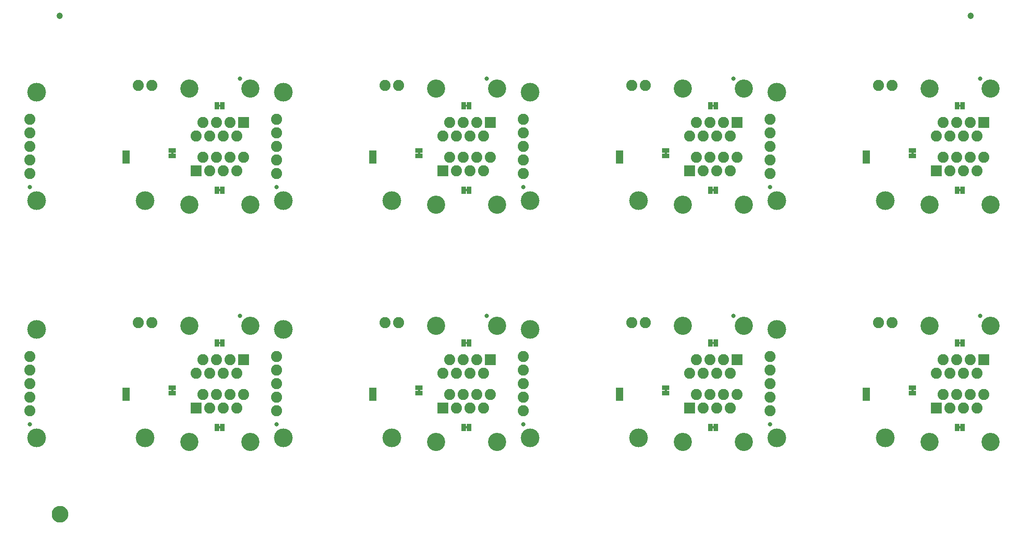
<source format=gbs>
G04 EAGLE Gerber RS-274X export*
G75*
%MOMM*%
%FSLAX34Y34*%
%LPD*%
%INSoldermask Bottom*%
%IPPOS*%
%AMOC8*
5,1,8,0,0,1.08239X$1,22.5*%
G01*
%ADD10C,2.082800*%
%ADD11R,2.082800X2.082800*%
%ADD12C,3.403200*%
%ADD13C,3.505200*%
%ADD14R,0.863600X1.473200*%
%ADD15C,0.838200*%
%ADD16R,1.473200X0.863600*%
%ADD17R,1.473200X0.838200*%
%ADD18C,1.203200*%
%ADD19C,1.270000*%
%ADD20C,1.703200*%

G36*
X1205295Y492772D02*
X1205295Y492772D01*
X1205361Y492774D01*
X1205404Y492792D01*
X1205451Y492800D01*
X1205508Y492834D01*
X1205568Y492859D01*
X1205603Y492890D01*
X1205644Y492915D01*
X1205686Y492966D01*
X1205734Y493010D01*
X1205756Y493052D01*
X1205785Y493089D01*
X1205806Y493151D01*
X1205837Y493210D01*
X1205845Y493264D01*
X1205857Y493301D01*
X1205856Y493341D01*
X1205864Y493395D01*
X1205864Y497205D01*
X1205853Y497270D01*
X1205851Y497336D01*
X1205833Y497379D01*
X1205825Y497426D01*
X1205791Y497483D01*
X1205766Y497543D01*
X1205735Y497578D01*
X1205710Y497619D01*
X1205659Y497661D01*
X1205615Y497709D01*
X1205573Y497731D01*
X1205536Y497760D01*
X1205474Y497781D01*
X1205415Y497812D01*
X1205361Y497820D01*
X1205324Y497832D01*
X1205284Y497831D01*
X1205230Y497839D01*
X1202690Y497839D01*
X1202625Y497828D01*
X1202559Y497826D01*
X1202516Y497808D01*
X1202469Y497800D01*
X1202412Y497766D01*
X1202352Y497741D01*
X1202317Y497710D01*
X1202276Y497685D01*
X1202235Y497634D01*
X1202186Y497590D01*
X1202164Y497548D01*
X1202135Y497511D01*
X1202114Y497449D01*
X1202083Y497390D01*
X1202075Y497336D01*
X1202063Y497299D01*
X1202063Y497295D01*
X1202063Y497294D01*
X1202064Y497259D01*
X1202056Y497205D01*
X1202056Y493395D01*
X1202067Y493330D01*
X1202069Y493264D01*
X1202087Y493221D01*
X1202095Y493174D01*
X1202129Y493117D01*
X1202154Y493057D01*
X1202185Y493022D01*
X1202210Y492981D01*
X1202261Y492940D01*
X1202305Y492891D01*
X1202347Y492869D01*
X1202384Y492840D01*
X1202446Y492819D01*
X1202505Y492788D01*
X1202559Y492780D01*
X1202596Y492768D01*
X1202636Y492769D01*
X1202690Y492761D01*
X1205230Y492761D01*
X1205295Y492772D01*
G37*
G36*
X1667575Y492772D02*
X1667575Y492772D01*
X1667641Y492774D01*
X1667684Y492792D01*
X1667731Y492800D01*
X1667788Y492834D01*
X1667848Y492859D01*
X1667883Y492890D01*
X1667924Y492915D01*
X1667966Y492966D01*
X1668014Y493010D01*
X1668036Y493052D01*
X1668065Y493089D01*
X1668086Y493151D01*
X1668117Y493210D01*
X1668125Y493264D01*
X1668137Y493301D01*
X1668136Y493341D01*
X1668144Y493395D01*
X1668144Y497205D01*
X1668133Y497270D01*
X1668131Y497336D01*
X1668113Y497379D01*
X1668105Y497426D01*
X1668071Y497483D01*
X1668046Y497543D01*
X1668015Y497578D01*
X1667990Y497619D01*
X1667939Y497661D01*
X1667895Y497709D01*
X1667853Y497731D01*
X1667816Y497760D01*
X1667754Y497781D01*
X1667695Y497812D01*
X1667641Y497820D01*
X1667604Y497832D01*
X1667564Y497831D01*
X1667510Y497839D01*
X1664970Y497839D01*
X1664905Y497828D01*
X1664839Y497826D01*
X1664796Y497808D01*
X1664749Y497800D01*
X1664692Y497766D01*
X1664632Y497741D01*
X1664597Y497710D01*
X1664556Y497685D01*
X1664515Y497634D01*
X1664466Y497590D01*
X1664444Y497548D01*
X1664415Y497511D01*
X1664394Y497449D01*
X1664363Y497390D01*
X1664355Y497336D01*
X1664343Y497299D01*
X1664343Y497295D01*
X1664343Y497294D01*
X1664344Y497259D01*
X1664336Y497205D01*
X1664336Y493395D01*
X1664347Y493330D01*
X1664349Y493264D01*
X1664367Y493221D01*
X1664375Y493174D01*
X1664409Y493117D01*
X1664434Y493057D01*
X1664465Y493022D01*
X1664490Y492981D01*
X1664541Y492940D01*
X1664585Y492891D01*
X1664627Y492869D01*
X1664664Y492840D01*
X1664726Y492819D01*
X1664785Y492788D01*
X1664839Y492780D01*
X1664876Y492768D01*
X1664916Y492769D01*
X1664970Y492761D01*
X1667510Y492761D01*
X1667575Y492772D01*
G37*
G36*
X280735Y492772D02*
X280735Y492772D01*
X280801Y492774D01*
X280844Y492792D01*
X280891Y492800D01*
X280948Y492834D01*
X281008Y492859D01*
X281043Y492890D01*
X281084Y492915D01*
X281126Y492966D01*
X281174Y493010D01*
X281196Y493052D01*
X281225Y493089D01*
X281246Y493151D01*
X281277Y493210D01*
X281285Y493264D01*
X281297Y493301D01*
X281296Y493341D01*
X281304Y493395D01*
X281304Y497205D01*
X281293Y497270D01*
X281291Y497336D01*
X281273Y497379D01*
X281265Y497426D01*
X281231Y497483D01*
X281206Y497543D01*
X281175Y497578D01*
X281150Y497619D01*
X281099Y497661D01*
X281055Y497709D01*
X281013Y497731D01*
X280976Y497760D01*
X280914Y497781D01*
X280855Y497812D01*
X280801Y497820D01*
X280764Y497832D01*
X280724Y497831D01*
X280670Y497839D01*
X278130Y497839D01*
X278065Y497828D01*
X277999Y497826D01*
X277956Y497808D01*
X277909Y497800D01*
X277852Y497766D01*
X277792Y497741D01*
X277757Y497710D01*
X277716Y497685D01*
X277675Y497634D01*
X277626Y497590D01*
X277604Y497548D01*
X277575Y497511D01*
X277554Y497449D01*
X277523Y497390D01*
X277515Y497336D01*
X277503Y497299D01*
X277503Y497295D01*
X277503Y497294D01*
X277504Y497259D01*
X277496Y497205D01*
X277496Y493395D01*
X277507Y493330D01*
X277509Y493264D01*
X277527Y493221D01*
X277535Y493174D01*
X277569Y493117D01*
X277594Y493057D01*
X277625Y493022D01*
X277650Y492981D01*
X277701Y492940D01*
X277745Y492891D01*
X277787Y492869D01*
X277824Y492840D01*
X277886Y492819D01*
X277945Y492788D01*
X277999Y492780D01*
X278036Y492768D01*
X278076Y492769D01*
X278130Y492761D01*
X280670Y492761D01*
X280735Y492772D01*
G37*
G36*
X743015Y492772D02*
X743015Y492772D01*
X743081Y492774D01*
X743124Y492792D01*
X743171Y492800D01*
X743228Y492834D01*
X743288Y492859D01*
X743323Y492890D01*
X743364Y492915D01*
X743406Y492966D01*
X743454Y493010D01*
X743476Y493052D01*
X743505Y493089D01*
X743526Y493151D01*
X743557Y493210D01*
X743565Y493264D01*
X743577Y493301D01*
X743576Y493341D01*
X743584Y493395D01*
X743584Y497205D01*
X743573Y497270D01*
X743571Y497336D01*
X743553Y497379D01*
X743545Y497426D01*
X743511Y497483D01*
X743486Y497543D01*
X743455Y497578D01*
X743430Y497619D01*
X743379Y497661D01*
X743335Y497709D01*
X743293Y497731D01*
X743256Y497760D01*
X743194Y497781D01*
X743135Y497812D01*
X743081Y497820D01*
X743044Y497832D01*
X743004Y497831D01*
X742950Y497839D01*
X740410Y497839D01*
X740345Y497828D01*
X740279Y497826D01*
X740236Y497808D01*
X740189Y497800D01*
X740132Y497766D01*
X740072Y497741D01*
X740037Y497710D01*
X739996Y497685D01*
X739955Y497634D01*
X739906Y497590D01*
X739884Y497548D01*
X739855Y497511D01*
X739834Y497449D01*
X739803Y497390D01*
X739795Y497336D01*
X739783Y497299D01*
X739783Y497295D01*
X739783Y497294D01*
X739784Y497259D01*
X739776Y497205D01*
X739776Y493395D01*
X739787Y493330D01*
X739789Y493264D01*
X739807Y493221D01*
X739815Y493174D01*
X739849Y493117D01*
X739874Y493057D01*
X739905Y493022D01*
X739930Y492981D01*
X739981Y492940D01*
X740025Y492891D01*
X740067Y492869D01*
X740104Y492840D01*
X740166Y492819D01*
X740225Y492788D01*
X740279Y492780D01*
X740316Y492768D01*
X740356Y492769D01*
X740410Y492761D01*
X742950Y492761D01*
X743015Y492772D01*
G37*
G36*
X1205295Y48272D02*
X1205295Y48272D01*
X1205361Y48274D01*
X1205404Y48292D01*
X1205451Y48300D01*
X1205508Y48334D01*
X1205568Y48359D01*
X1205603Y48390D01*
X1205644Y48415D01*
X1205686Y48466D01*
X1205734Y48510D01*
X1205756Y48552D01*
X1205785Y48589D01*
X1205806Y48651D01*
X1205837Y48710D01*
X1205845Y48764D01*
X1205857Y48801D01*
X1205856Y48841D01*
X1205864Y48895D01*
X1205864Y52705D01*
X1205853Y52770D01*
X1205851Y52836D01*
X1205833Y52879D01*
X1205825Y52926D01*
X1205791Y52983D01*
X1205766Y53043D01*
X1205735Y53078D01*
X1205710Y53119D01*
X1205659Y53161D01*
X1205615Y53209D01*
X1205573Y53231D01*
X1205536Y53260D01*
X1205474Y53281D01*
X1205415Y53312D01*
X1205361Y53320D01*
X1205324Y53332D01*
X1205284Y53331D01*
X1205230Y53339D01*
X1202690Y53339D01*
X1202625Y53328D01*
X1202559Y53326D01*
X1202516Y53308D01*
X1202469Y53300D01*
X1202412Y53266D01*
X1202352Y53241D01*
X1202317Y53210D01*
X1202276Y53185D01*
X1202235Y53134D01*
X1202186Y53090D01*
X1202164Y53048D01*
X1202135Y53011D01*
X1202114Y52949D01*
X1202083Y52890D01*
X1202075Y52836D01*
X1202063Y52799D01*
X1202063Y52795D01*
X1202063Y52794D01*
X1202064Y52759D01*
X1202056Y52705D01*
X1202056Y48895D01*
X1202067Y48830D01*
X1202069Y48764D01*
X1202087Y48721D01*
X1202095Y48674D01*
X1202129Y48617D01*
X1202154Y48557D01*
X1202185Y48522D01*
X1202210Y48481D01*
X1202261Y48440D01*
X1202305Y48391D01*
X1202347Y48369D01*
X1202384Y48340D01*
X1202446Y48319D01*
X1202505Y48288D01*
X1202559Y48280D01*
X1202596Y48268D01*
X1202636Y48269D01*
X1202690Y48261D01*
X1205230Y48261D01*
X1205295Y48272D01*
G37*
G36*
X1667575Y48272D02*
X1667575Y48272D01*
X1667641Y48274D01*
X1667684Y48292D01*
X1667731Y48300D01*
X1667788Y48334D01*
X1667848Y48359D01*
X1667883Y48390D01*
X1667924Y48415D01*
X1667966Y48466D01*
X1668014Y48510D01*
X1668036Y48552D01*
X1668065Y48589D01*
X1668086Y48651D01*
X1668117Y48710D01*
X1668125Y48764D01*
X1668137Y48801D01*
X1668136Y48841D01*
X1668144Y48895D01*
X1668144Y52705D01*
X1668133Y52770D01*
X1668131Y52836D01*
X1668113Y52879D01*
X1668105Y52926D01*
X1668071Y52983D01*
X1668046Y53043D01*
X1668015Y53078D01*
X1667990Y53119D01*
X1667939Y53161D01*
X1667895Y53209D01*
X1667853Y53231D01*
X1667816Y53260D01*
X1667754Y53281D01*
X1667695Y53312D01*
X1667641Y53320D01*
X1667604Y53332D01*
X1667564Y53331D01*
X1667510Y53339D01*
X1664970Y53339D01*
X1664905Y53328D01*
X1664839Y53326D01*
X1664796Y53308D01*
X1664749Y53300D01*
X1664692Y53266D01*
X1664632Y53241D01*
X1664597Y53210D01*
X1664556Y53185D01*
X1664515Y53134D01*
X1664466Y53090D01*
X1664444Y53048D01*
X1664415Y53011D01*
X1664394Y52949D01*
X1664363Y52890D01*
X1664355Y52836D01*
X1664343Y52799D01*
X1664343Y52795D01*
X1664343Y52794D01*
X1664344Y52759D01*
X1664336Y52705D01*
X1664336Y48895D01*
X1664347Y48830D01*
X1664349Y48764D01*
X1664367Y48721D01*
X1664375Y48674D01*
X1664409Y48617D01*
X1664434Y48557D01*
X1664465Y48522D01*
X1664490Y48481D01*
X1664541Y48440D01*
X1664585Y48391D01*
X1664627Y48369D01*
X1664664Y48340D01*
X1664726Y48319D01*
X1664785Y48288D01*
X1664839Y48280D01*
X1664876Y48268D01*
X1664916Y48269D01*
X1664970Y48261D01*
X1667510Y48261D01*
X1667575Y48272D01*
G37*
G36*
X280735Y48272D02*
X280735Y48272D01*
X280801Y48274D01*
X280844Y48292D01*
X280891Y48300D01*
X280948Y48334D01*
X281008Y48359D01*
X281043Y48390D01*
X281084Y48415D01*
X281126Y48466D01*
X281174Y48510D01*
X281196Y48552D01*
X281225Y48589D01*
X281246Y48651D01*
X281277Y48710D01*
X281285Y48764D01*
X281297Y48801D01*
X281296Y48841D01*
X281304Y48895D01*
X281304Y52705D01*
X281293Y52770D01*
X281291Y52836D01*
X281273Y52879D01*
X281265Y52926D01*
X281231Y52983D01*
X281206Y53043D01*
X281175Y53078D01*
X281150Y53119D01*
X281099Y53161D01*
X281055Y53209D01*
X281013Y53231D01*
X280976Y53260D01*
X280914Y53281D01*
X280855Y53312D01*
X280801Y53320D01*
X280764Y53332D01*
X280724Y53331D01*
X280670Y53339D01*
X278130Y53339D01*
X278065Y53328D01*
X277999Y53326D01*
X277956Y53308D01*
X277909Y53300D01*
X277852Y53266D01*
X277792Y53241D01*
X277757Y53210D01*
X277716Y53185D01*
X277675Y53134D01*
X277626Y53090D01*
X277604Y53048D01*
X277575Y53011D01*
X277554Y52949D01*
X277523Y52890D01*
X277515Y52836D01*
X277503Y52799D01*
X277503Y52795D01*
X277503Y52794D01*
X277504Y52759D01*
X277496Y52705D01*
X277496Y48895D01*
X277507Y48830D01*
X277509Y48764D01*
X277527Y48721D01*
X277535Y48674D01*
X277569Y48617D01*
X277594Y48557D01*
X277625Y48522D01*
X277650Y48481D01*
X277701Y48440D01*
X277745Y48391D01*
X277787Y48369D01*
X277824Y48340D01*
X277886Y48319D01*
X277945Y48288D01*
X277999Y48280D01*
X278036Y48268D01*
X278076Y48269D01*
X278130Y48261D01*
X280670Y48261D01*
X280735Y48272D01*
G37*
G36*
X743015Y48272D02*
X743015Y48272D01*
X743081Y48274D01*
X743124Y48292D01*
X743171Y48300D01*
X743228Y48334D01*
X743288Y48359D01*
X743323Y48390D01*
X743364Y48415D01*
X743406Y48466D01*
X743454Y48510D01*
X743476Y48552D01*
X743505Y48589D01*
X743526Y48651D01*
X743557Y48710D01*
X743565Y48764D01*
X743577Y48801D01*
X743576Y48841D01*
X743584Y48895D01*
X743584Y52705D01*
X743573Y52770D01*
X743571Y52836D01*
X743553Y52879D01*
X743545Y52926D01*
X743511Y52983D01*
X743486Y53043D01*
X743455Y53078D01*
X743430Y53119D01*
X743379Y53161D01*
X743335Y53209D01*
X743293Y53231D01*
X743256Y53260D01*
X743194Y53281D01*
X743135Y53312D01*
X743081Y53320D01*
X743044Y53332D01*
X743004Y53331D01*
X742950Y53339D01*
X740410Y53339D01*
X740345Y53328D01*
X740279Y53326D01*
X740236Y53308D01*
X740189Y53300D01*
X740132Y53266D01*
X740072Y53241D01*
X740037Y53210D01*
X739996Y53185D01*
X739955Y53134D01*
X739906Y53090D01*
X739884Y53048D01*
X739855Y53011D01*
X739834Y52949D01*
X739803Y52890D01*
X739795Y52836D01*
X739783Y52799D01*
X739783Y52795D01*
X739783Y52794D01*
X739784Y52759D01*
X739776Y52705D01*
X739776Y48895D01*
X739787Y48830D01*
X739789Y48764D01*
X739807Y48721D01*
X739815Y48674D01*
X739849Y48617D01*
X739874Y48557D01*
X739905Y48522D01*
X739930Y48481D01*
X739981Y48440D01*
X740025Y48391D01*
X740067Y48369D01*
X740104Y48340D01*
X740166Y48319D01*
X740225Y48288D01*
X740279Y48280D01*
X740316Y48268D01*
X740356Y48269D01*
X740410Y48261D01*
X742950Y48261D01*
X743015Y48272D01*
G37*
G36*
X1294830Y582307D02*
X1294830Y582307D01*
X1294896Y582309D01*
X1294939Y582327D01*
X1294986Y582335D01*
X1295043Y582369D01*
X1295103Y582394D01*
X1295138Y582425D01*
X1295179Y582450D01*
X1295221Y582501D01*
X1295269Y582545D01*
X1295291Y582587D01*
X1295320Y582624D01*
X1295341Y582686D01*
X1295372Y582745D01*
X1295380Y582799D01*
X1295392Y582836D01*
X1295391Y582876D01*
X1295399Y582930D01*
X1295399Y585470D01*
X1295388Y585535D01*
X1295386Y585601D01*
X1295368Y585644D01*
X1295360Y585691D01*
X1295326Y585748D01*
X1295301Y585808D01*
X1295270Y585843D01*
X1295245Y585884D01*
X1295194Y585926D01*
X1295150Y585974D01*
X1295108Y585996D01*
X1295071Y586025D01*
X1295009Y586046D01*
X1294950Y586077D01*
X1294896Y586085D01*
X1294859Y586097D01*
X1294819Y586096D01*
X1294765Y586104D01*
X1290955Y586104D01*
X1290890Y586093D01*
X1290824Y586091D01*
X1290781Y586073D01*
X1290734Y586065D01*
X1290677Y586031D01*
X1290617Y586006D01*
X1290582Y585975D01*
X1290541Y585950D01*
X1290500Y585899D01*
X1290451Y585855D01*
X1290429Y585813D01*
X1290400Y585776D01*
X1290379Y585714D01*
X1290348Y585655D01*
X1290340Y585601D01*
X1290328Y585564D01*
X1290328Y585561D01*
X1290329Y585524D01*
X1290321Y585470D01*
X1290321Y582930D01*
X1290332Y582865D01*
X1290334Y582799D01*
X1290352Y582756D01*
X1290360Y582709D01*
X1290394Y582652D01*
X1290419Y582592D01*
X1290450Y582557D01*
X1290475Y582516D01*
X1290526Y582475D01*
X1290570Y582426D01*
X1290612Y582404D01*
X1290649Y582375D01*
X1290711Y582354D01*
X1290770Y582323D01*
X1290824Y582315D01*
X1290861Y582303D01*
X1290901Y582304D01*
X1290955Y582296D01*
X1294765Y582296D01*
X1294830Y582307D01*
G37*
G36*
X832550Y582307D02*
X832550Y582307D01*
X832616Y582309D01*
X832659Y582327D01*
X832706Y582335D01*
X832763Y582369D01*
X832823Y582394D01*
X832858Y582425D01*
X832899Y582450D01*
X832941Y582501D01*
X832989Y582545D01*
X833011Y582587D01*
X833040Y582624D01*
X833061Y582686D01*
X833092Y582745D01*
X833100Y582799D01*
X833112Y582836D01*
X833111Y582876D01*
X833119Y582930D01*
X833119Y585470D01*
X833108Y585535D01*
X833106Y585601D01*
X833088Y585644D01*
X833080Y585691D01*
X833046Y585748D01*
X833021Y585808D01*
X832990Y585843D01*
X832965Y585884D01*
X832914Y585926D01*
X832870Y585974D01*
X832828Y585996D01*
X832791Y586025D01*
X832729Y586046D01*
X832670Y586077D01*
X832616Y586085D01*
X832579Y586097D01*
X832539Y586096D01*
X832485Y586104D01*
X828675Y586104D01*
X828610Y586093D01*
X828544Y586091D01*
X828501Y586073D01*
X828454Y586065D01*
X828397Y586031D01*
X828337Y586006D01*
X828302Y585975D01*
X828261Y585950D01*
X828220Y585899D01*
X828171Y585855D01*
X828149Y585813D01*
X828120Y585776D01*
X828099Y585714D01*
X828068Y585655D01*
X828060Y585601D01*
X828048Y585564D01*
X828048Y585561D01*
X828049Y585524D01*
X828041Y585470D01*
X828041Y582930D01*
X828052Y582865D01*
X828054Y582799D01*
X828072Y582756D01*
X828080Y582709D01*
X828114Y582652D01*
X828139Y582592D01*
X828170Y582557D01*
X828195Y582516D01*
X828246Y582475D01*
X828290Y582426D01*
X828332Y582404D01*
X828369Y582375D01*
X828431Y582354D01*
X828490Y582323D01*
X828544Y582315D01*
X828581Y582303D01*
X828621Y582304D01*
X828675Y582296D01*
X832485Y582296D01*
X832550Y582307D01*
G37*
G36*
X1757110Y582307D02*
X1757110Y582307D01*
X1757176Y582309D01*
X1757219Y582327D01*
X1757266Y582335D01*
X1757323Y582369D01*
X1757383Y582394D01*
X1757418Y582425D01*
X1757459Y582450D01*
X1757501Y582501D01*
X1757549Y582545D01*
X1757571Y582587D01*
X1757600Y582624D01*
X1757621Y582686D01*
X1757652Y582745D01*
X1757660Y582799D01*
X1757672Y582836D01*
X1757671Y582876D01*
X1757679Y582930D01*
X1757679Y585470D01*
X1757668Y585535D01*
X1757666Y585601D01*
X1757648Y585644D01*
X1757640Y585691D01*
X1757606Y585748D01*
X1757581Y585808D01*
X1757550Y585843D01*
X1757525Y585884D01*
X1757474Y585926D01*
X1757430Y585974D01*
X1757388Y585996D01*
X1757351Y586025D01*
X1757289Y586046D01*
X1757230Y586077D01*
X1757176Y586085D01*
X1757139Y586097D01*
X1757099Y586096D01*
X1757045Y586104D01*
X1753235Y586104D01*
X1753170Y586093D01*
X1753104Y586091D01*
X1753061Y586073D01*
X1753014Y586065D01*
X1752957Y586031D01*
X1752897Y586006D01*
X1752862Y585975D01*
X1752821Y585950D01*
X1752780Y585899D01*
X1752731Y585855D01*
X1752709Y585813D01*
X1752680Y585776D01*
X1752659Y585714D01*
X1752628Y585655D01*
X1752620Y585601D01*
X1752608Y585564D01*
X1752608Y585561D01*
X1752609Y585524D01*
X1752601Y585470D01*
X1752601Y582930D01*
X1752612Y582865D01*
X1752614Y582799D01*
X1752632Y582756D01*
X1752640Y582709D01*
X1752674Y582652D01*
X1752699Y582592D01*
X1752730Y582557D01*
X1752755Y582516D01*
X1752806Y582475D01*
X1752850Y582426D01*
X1752892Y582404D01*
X1752929Y582375D01*
X1752991Y582354D01*
X1753050Y582323D01*
X1753104Y582315D01*
X1753141Y582303D01*
X1753181Y582304D01*
X1753235Y582296D01*
X1757045Y582296D01*
X1757110Y582307D01*
G37*
G36*
X370270Y582307D02*
X370270Y582307D01*
X370336Y582309D01*
X370379Y582327D01*
X370426Y582335D01*
X370483Y582369D01*
X370543Y582394D01*
X370578Y582425D01*
X370619Y582450D01*
X370661Y582501D01*
X370709Y582545D01*
X370731Y582587D01*
X370760Y582624D01*
X370781Y582686D01*
X370812Y582745D01*
X370820Y582799D01*
X370832Y582836D01*
X370831Y582876D01*
X370839Y582930D01*
X370839Y585470D01*
X370828Y585535D01*
X370826Y585601D01*
X370808Y585644D01*
X370800Y585691D01*
X370766Y585748D01*
X370741Y585808D01*
X370710Y585843D01*
X370685Y585884D01*
X370634Y585926D01*
X370590Y585974D01*
X370548Y585996D01*
X370511Y586025D01*
X370449Y586046D01*
X370390Y586077D01*
X370336Y586085D01*
X370299Y586097D01*
X370259Y586096D01*
X370205Y586104D01*
X366395Y586104D01*
X366330Y586093D01*
X366264Y586091D01*
X366221Y586073D01*
X366174Y586065D01*
X366117Y586031D01*
X366057Y586006D01*
X366022Y585975D01*
X365981Y585950D01*
X365940Y585899D01*
X365891Y585855D01*
X365869Y585813D01*
X365840Y585776D01*
X365819Y585714D01*
X365788Y585655D01*
X365780Y585601D01*
X365768Y585564D01*
X365768Y585561D01*
X365769Y585524D01*
X365761Y585470D01*
X365761Y582930D01*
X365772Y582865D01*
X365774Y582799D01*
X365792Y582756D01*
X365800Y582709D01*
X365834Y582652D01*
X365859Y582592D01*
X365890Y582557D01*
X365915Y582516D01*
X365966Y582475D01*
X366010Y582426D01*
X366052Y582404D01*
X366089Y582375D01*
X366151Y582354D01*
X366210Y582323D01*
X366264Y582315D01*
X366301Y582303D01*
X366341Y582304D01*
X366395Y582296D01*
X370205Y582296D01*
X370270Y582307D01*
G37*
G36*
X1757110Y424192D02*
X1757110Y424192D01*
X1757176Y424194D01*
X1757219Y424212D01*
X1757266Y424220D01*
X1757323Y424254D01*
X1757383Y424279D01*
X1757418Y424310D01*
X1757459Y424335D01*
X1757501Y424386D01*
X1757549Y424430D01*
X1757571Y424472D01*
X1757600Y424509D01*
X1757621Y424571D01*
X1757652Y424630D01*
X1757660Y424684D01*
X1757672Y424721D01*
X1757671Y424761D01*
X1757679Y424815D01*
X1757679Y427355D01*
X1757668Y427420D01*
X1757666Y427486D01*
X1757648Y427529D01*
X1757640Y427576D01*
X1757606Y427633D01*
X1757581Y427693D01*
X1757550Y427728D01*
X1757525Y427769D01*
X1757474Y427811D01*
X1757430Y427859D01*
X1757388Y427881D01*
X1757351Y427910D01*
X1757289Y427931D01*
X1757230Y427962D01*
X1757176Y427970D01*
X1757139Y427982D01*
X1757099Y427981D01*
X1757045Y427989D01*
X1753235Y427989D01*
X1753170Y427978D01*
X1753104Y427976D01*
X1753061Y427958D01*
X1753014Y427950D01*
X1752957Y427916D01*
X1752897Y427891D01*
X1752862Y427860D01*
X1752821Y427835D01*
X1752780Y427784D01*
X1752731Y427740D01*
X1752709Y427698D01*
X1752680Y427661D01*
X1752659Y427599D01*
X1752628Y427540D01*
X1752620Y427486D01*
X1752608Y427449D01*
X1752608Y427446D01*
X1752609Y427409D01*
X1752601Y427355D01*
X1752601Y424815D01*
X1752612Y424750D01*
X1752614Y424684D01*
X1752632Y424641D01*
X1752640Y424594D01*
X1752674Y424537D01*
X1752699Y424477D01*
X1752730Y424442D01*
X1752755Y424401D01*
X1752806Y424360D01*
X1752850Y424311D01*
X1752892Y424289D01*
X1752929Y424260D01*
X1752991Y424239D01*
X1753050Y424208D01*
X1753104Y424200D01*
X1753141Y424188D01*
X1753181Y424189D01*
X1753235Y424181D01*
X1757045Y424181D01*
X1757110Y424192D01*
G37*
G36*
X1294830Y424192D02*
X1294830Y424192D01*
X1294896Y424194D01*
X1294939Y424212D01*
X1294986Y424220D01*
X1295043Y424254D01*
X1295103Y424279D01*
X1295138Y424310D01*
X1295179Y424335D01*
X1295221Y424386D01*
X1295269Y424430D01*
X1295291Y424472D01*
X1295320Y424509D01*
X1295341Y424571D01*
X1295372Y424630D01*
X1295380Y424684D01*
X1295392Y424721D01*
X1295391Y424761D01*
X1295399Y424815D01*
X1295399Y427355D01*
X1295388Y427420D01*
X1295386Y427486D01*
X1295368Y427529D01*
X1295360Y427576D01*
X1295326Y427633D01*
X1295301Y427693D01*
X1295270Y427728D01*
X1295245Y427769D01*
X1295194Y427811D01*
X1295150Y427859D01*
X1295108Y427881D01*
X1295071Y427910D01*
X1295009Y427931D01*
X1294950Y427962D01*
X1294896Y427970D01*
X1294859Y427982D01*
X1294819Y427981D01*
X1294765Y427989D01*
X1290955Y427989D01*
X1290890Y427978D01*
X1290824Y427976D01*
X1290781Y427958D01*
X1290734Y427950D01*
X1290677Y427916D01*
X1290617Y427891D01*
X1290582Y427860D01*
X1290541Y427835D01*
X1290500Y427784D01*
X1290451Y427740D01*
X1290429Y427698D01*
X1290400Y427661D01*
X1290379Y427599D01*
X1290348Y427540D01*
X1290340Y427486D01*
X1290328Y427449D01*
X1290328Y427446D01*
X1290329Y427409D01*
X1290321Y427355D01*
X1290321Y424815D01*
X1290332Y424750D01*
X1290334Y424684D01*
X1290352Y424641D01*
X1290360Y424594D01*
X1290394Y424537D01*
X1290419Y424477D01*
X1290450Y424442D01*
X1290475Y424401D01*
X1290526Y424360D01*
X1290570Y424311D01*
X1290612Y424289D01*
X1290649Y424260D01*
X1290711Y424239D01*
X1290770Y424208D01*
X1290824Y424200D01*
X1290861Y424188D01*
X1290901Y424189D01*
X1290955Y424181D01*
X1294765Y424181D01*
X1294830Y424192D01*
G37*
G36*
X832550Y424192D02*
X832550Y424192D01*
X832616Y424194D01*
X832659Y424212D01*
X832706Y424220D01*
X832763Y424254D01*
X832823Y424279D01*
X832858Y424310D01*
X832899Y424335D01*
X832941Y424386D01*
X832989Y424430D01*
X833011Y424472D01*
X833040Y424509D01*
X833061Y424571D01*
X833092Y424630D01*
X833100Y424684D01*
X833112Y424721D01*
X833111Y424761D01*
X833119Y424815D01*
X833119Y427355D01*
X833108Y427420D01*
X833106Y427486D01*
X833088Y427529D01*
X833080Y427576D01*
X833046Y427633D01*
X833021Y427693D01*
X832990Y427728D01*
X832965Y427769D01*
X832914Y427811D01*
X832870Y427859D01*
X832828Y427881D01*
X832791Y427910D01*
X832729Y427931D01*
X832670Y427962D01*
X832616Y427970D01*
X832579Y427982D01*
X832539Y427981D01*
X832485Y427989D01*
X828675Y427989D01*
X828610Y427978D01*
X828544Y427976D01*
X828501Y427958D01*
X828454Y427950D01*
X828397Y427916D01*
X828337Y427891D01*
X828302Y427860D01*
X828261Y427835D01*
X828220Y427784D01*
X828171Y427740D01*
X828149Y427698D01*
X828120Y427661D01*
X828099Y427599D01*
X828068Y427540D01*
X828060Y427486D01*
X828048Y427449D01*
X828048Y427446D01*
X828049Y427409D01*
X828041Y427355D01*
X828041Y424815D01*
X828052Y424750D01*
X828054Y424684D01*
X828072Y424641D01*
X828080Y424594D01*
X828114Y424537D01*
X828139Y424477D01*
X828170Y424442D01*
X828195Y424401D01*
X828246Y424360D01*
X828290Y424311D01*
X828332Y424289D01*
X828369Y424260D01*
X828431Y424239D01*
X828490Y424208D01*
X828544Y424200D01*
X828581Y424188D01*
X828621Y424189D01*
X828675Y424181D01*
X832485Y424181D01*
X832550Y424192D01*
G37*
G36*
X370270Y424192D02*
X370270Y424192D01*
X370336Y424194D01*
X370379Y424212D01*
X370426Y424220D01*
X370483Y424254D01*
X370543Y424279D01*
X370578Y424310D01*
X370619Y424335D01*
X370661Y424386D01*
X370709Y424430D01*
X370731Y424472D01*
X370760Y424509D01*
X370781Y424571D01*
X370812Y424630D01*
X370820Y424684D01*
X370832Y424721D01*
X370831Y424761D01*
X370839Y424815D01*
X370839Y427355D01*
X370828Y427420D01*
X370826Y427486D01*
X370808Y427529D01*
X370800Y427576D01*
X370766Y427633D01*
X370741Y427693D01*
X370710Y427728D01*
X370685Y427769D01*
X370634Y427811D01*
X370590Y427859D01*
X370548Y427881D01*
X370511Y427910D01*
X370449Y427931D01*
X370390Y427962D01*
X370336Y427970D01*
X370299Y427982D01*
X370259Y427981D01*
X370205Y427989D01*
X366395Y427989D01*
X366330Y427978D01*
X366264Y427976D01*
X366221Y427958D01*
X366174Y427950D01*
X366117Y427916D01*
X366057Y427891D01*
X366022Y427860D01*
X365981Y427835D01*
X365940Y427784D01*
X365891Y427740D01*
X365869Y427698D01*
X365840Y427661D01*
X365819Y427599D01*
X365788Y427540D01*
X365780Y427486D01*
X365768Y427449D01*
X365768Y427446D01*
X365769Y427409D01*
X365761Y427355D01*
X365761Y424815D01*
X365772Y424750D01*
X365774Y424684D01*
X365792Y424641D01*
X365800Y424594D01*
X365834Y424537D01*
X365859Y424477D01*
X365890Y424442D01*
X365915Y424401D01*
X365966Y424360D01*
X366010Y424311D01*
X366052Y424289D01*
X366089Y424260D01*
X366151Y424239D01*
X366210Y424208D01*
X366264Y424200D01*
X366301Y424188D01*
X366341Y424189D01*
X366395Y424181D01*
X370205Y424181D01*
X370270Y424192D01*
G37*
G36*
X1757110Y137807D02*
X1757110Y137807D01*
X1757176Y137809D01*
X1757219Y137827D01*
X1757266Y137835D01*
X1757323Y137869D01*
X1757383Y137894D01*
X1757418Y137925D01*
X1757459Y137950D01*
X1757501Y138001D01*
X1757549Y138045D01*
X1757571Y138087D01*
X1757600Y138124D01*
X1757621Y138186D01*
X1757652Y138245D01*
X1757660Y138299D01*
X1757672Y138336D01*
X1757671Y138376D01*
X1757679Y138430D01*
X1757679Y140970D01*
X1757668Y141035D01*
X1757666Y141101D01*
X1757648Y141144D01*
X1757640Y141191D01*
X1757606Y141248D01*
X1757581Y141308D01*
X1757550Y141343D01*
X1757525Y141384D01*
X1757474Y141426D01*
X1757430Y141474D01*
X1757388Y141496D01*
X1757351Y141525D01*
X1757289Y141546D01*
X1757230Y141577D01*
X1757176Y141585D01*
X1757139Y141597D01*
X1757099Y141596D01*
X1757045Y141604D01*
X1753235Y141604D01*
X1753170Y141593D01*
X1753104Y141591D01*
X1753061Y141573D01*
X1753014Y141565D01*
X1752957Y141531D01*
X1752897Y141506D01*
X1752862Y141475D01*
X1752821Y141450D01*
X1752780Y141399D01*
X1752731Y141355D01*
X1752709Y141313D01*
X1752680Y141276D01*
X1752659Y141214D01*
X1752628Y141155D01*
X1752620Y141101D01*
X1752608Y141064D01*
X1752608Y141061D01*
X1752609Y141024D01*
X1752601Y140970D01*
X1752601Y138430D01*
X1752612Y138365D01*
X1752614Y138299D01*
X1752632Y138256D01*
X1752640Y138209D01*
X1752674Y138152D01*
X1752699Y138092D01*
X1752730Y138057D01*
X1752755Y138016D01*
X1752806Y137975D01*
X1752850Y137926D01*
X1752892Y137904D01*
X1752929Y137875D01*
X1752991Y137854D01*
X1753050Y137823D01*
X1753104Y137815D01*
X1753141Y137803D01*
X1753181Y137804D01*
X1753235Y137796D01*
X1757045Y137796D01*
X1757110Y137807D01*
G37*
G36*
X370270Y137807D02*
X370270Y137807D01*
X370336Y137809D01*
X370379Y137827D01*
X370426Y137835D01*
X370483Y137869D01*
X370543Y137894D01*
X370578Y137925D01*
X370619Y137950D01*
X370661Y138001D01*
X370709Y138045D01*
X370731Y138087D01*
X370760Y138124D01*
X370781Y138186D01*
X370812Y138245D01*
X370820Y138299D01*
X370832Y138336D01*
X370831Y138376D01*
X370839Y138430D01*
X370839Y140970D01*
X370828Y141035D01*
X370826Y141101D01*
X370808Y141144D01*
X370800Y141191D01*
X370766Y141248D01*
X370741Y141308D01*
X370710Y141343D01*
X370685Y141384D01*
X370634Y141426D01*
X370590Y141474D01*
X370548Y141496D01*
X370511Y141525D01*
X370449Y141546D01*
X370390Y141577D01*
X370336Y141585D01*
X370299Y141597D01*
X370259Y141596D01*
X370205Y141604D01*
X366395Y141604D01*
X366330Y141593D01*
X366264Y141591D01*
X366221Y141573D01*
X366174Y141565D01*
X366117Y141531D01*
X366057Y141506D01*
X366022Y141475D01*
X365981Y141450D01*
X365940Y141399D01*
X365891Y141355D01*
X365869Y141313D01*
X365840Y141276D01*
X365819Y141214D01*
X365788Y141155D01*
X365780Y141101D01*
X365768Y141064D01*
X365768Y141061D01*
X365769Y141024D01*
X365761Y140970D01*
X365761Y138430D01*
X365772Y138365D01*
X365774Y138299D01*
X365792Y138256D01*
X365800Y138209D01*
X365834Y138152D01*
X365859Y138092D01*
X365890Y138057D01*
X365915Y138016D01*
X365966Y137975D01*
X366010Y137926D01*
X366052Y137904D01*
X366089Y137875D01*
X366151Y137854D01*
X366210Y137823D01*
X366264Y137815D01*
X366301Y137803D01*
X366341Y137804D01*
X366395Y137796D01*
X370205Y137796D01*
X370270Y137807D01*
G37*
G36*
X1294830Y137807D02*
X1294830Y137807D01*
X1294896Y137809D01*
X1294939Y137827D01*
X1294986Y137835D01*
X1295043Y137869D01*
X1295103Y137894D01*
X1295138Y137925D01*
X1295179Y137950D01*
X1295221Y138001D01*
X1295269Y138045D01*
X1295291Y138087D01*
X1295320Y138124D01*
X1295341Y138186D01*
X1295372Y138245D01*
X1295380Y138299D01*
X1295392Y138336D01*
X1295391Y138376D01*
X1295399Y138430D01*
X1295399Y140970D01*
X1295388Y141035D01*
X1295386Y141101D01*
X1295368Y141144D01*
X1295360Y141191D01*
X1295326Y141248D01*
X1295301Y141308D01*
X1295270Y141343D01*
X1295245Y141384D01*
X1295194Y141426D01*
X1295150Y141474D01*
X1295108Y141496D01*
X1295071Y141525D01*
X1295009Y141546D01*
X1294950Y141577D01*
X1294896Y141585D01*
X1294859Y141597D01*
X1294819Y141596D01*
X1294765Y141604D01*
X1290955Y141604D01*
X1290890Y141593D01*
X1290824Y141591D01*
X1290781Y141573D01*
X1290734Y141565D01*
X1290677Y141531D01*
X1290617Y141506D01*
X1290582Y141475D01*
X1290541Y141450D01*
X1290500Y141399D01*
X1290451Y141355D01*
X1290429Y141313D01*
X1290400Y141276D01*
X1290379Y141214D01*
X1290348Y141155D01*
X1290340Y141101D01*
X1290328Y141064D01*
X1290328Y141061D01*
X1290329Y141024D01*
X1290321Y140970D01*
X1290321Y138430D01*
X1290332Y138365D01*
X1290334Y138299D01*
X1290352Y138256D01*
X1290360Y138209D01*
X1290394Y138152D01*
X1290419Y138092D01*
X1290450Y138057D01*
X1290475Y138016D01*
X1290526Y137975D01*
X1290570Y137926D01*
X1290612Y137904D01*
X1290649Y137875D01*
X1290711Y137854D01*
X1290770Y137823D01*
X1290824Y137815D01*
X1290861Y137803D01*
X1290901Y137804D01*
X1290955Y137796D01*
X1294765Y137796D01*
X1294830Y137807D01*
G37*
G36*
X832550Y137807D02*
X832550Y137807D01*
X832616Y137809D01*
X832659Y137827D01*
X832706Y137835D01*
X832763Y137869D01*
X832823Y137894D01*
X832858Y137925D01*
X832899Y137950D01*
X832941Y138001D01*
X832989Y138045D01*
X833011Y138087D01*
X833040Y138124D01*
X833061Y138186D01*
X833092Y138245D01*
X833100Y138299D01*
X833112Y138336D01*
X833111Y138376D01*
X833119Y138430D01*
X833119Y140970D01*
X833108Y141035D01*
X833106Y141101D01*
X833088Y141144D01*
X833080Y141191D01*
X833046Y141248D01*
X833021Y141308D01*
X832990Y141343D01*
X832965Y141384D01*
X832914Y141426D01*
X832870Y141474D01*
X832828Y141496D01*
X832791Y141525D01*
X832729Y141546D01*
X832670Y141577D01*
X832616Y141585D01*
X832579Y141597D01*
X832539Y141596D01*
X832485Y141604D01*
X828675Y141604D01*
X828610Y141593D01*
X828544Y141591D01*
X828501Y141573D01*
X828454Y141565D01*
X828397Y141531D01*
X828337Y141506D01*
X828302Y141475D01*
X828261Y141450D01*
X828220Y141399D01*
X828171Y141355D01*
X828149Y141313D01*
X828120Y141276D01*
X828099Y141214D01*
X828068Y141155D01*
X828060Y141101D01*
X828048Y141064D01*
X828048Y141061D01*
X828049Y141024D01*
X828041Y140970D01*
X828041Y138430D01*
X828052Y138365D01*
X828054Y138299D01*
X828072Y138256D01*
X828080Y138209D01*
X828114Y138152D01*
X828139Y138092D01*
X828170Y138057D01*
X828195Y138016D01*
X828246Y137975D01*
X828290Y137926D01*
X828332Y137904D01*
X828369Y137875D01*
X828431Y137854D01*
X828490Y137823D01*
X828544Y137815D01*
X828581Y137803D01*
X828621Y137804D01*
X828675Y137796D01*
X832485Y137796D01*
X832550Y137807D01*
G37*
G36*
X1757110Y-20308D02*
X1757110Y-20308D01*
X1757176Y-20306D01*
X1757219Y-20288D01*
X1757266Y-20280D01*
X1757323Y-20246D01*
X1757383Y-20221D01*
X1757418Y-20190D01*
X1757459Y-20165D01*
X1757501Y-20114D01*
X1757549Y-20070D01*
X1757571Y-20028D01*
X1757600Y-19991D01*
X1757621Y-19929D01*
X1757652Y-19870D01*
X1757660Y-19816D01*
X1757672Y-19779D01*
X1757671Y-19739D01*
X1757679Y-19685D01*
X1757679Y-17145D01*
X1757668Y-17080D01*
X1757666Y-17014D01*
X1757648Y-16971D01*
X1757640Y-16924D01*
X1757606Y-16867D01*
X1757581Y-16807D01*
X1757550Y-16772D01*
X1757525Y-16731D01*
X1757474Y-16690D01*
X1757430Y-16641D01*
X1757388Y-16619D01*
X1757351Y-16590D01*
X1757289Y-16569D01*
X1757230Y-16538D01*
X1757176Y-16530D01*
X1757139Y-16518D01*
X1757099Y-16519D01*
X1757045Y-16511D01*
X1753235Y-16511D01*
X1753170Y-16522D01*
X1753104Y-16524D01*
X1753061Y-16542D01*
X1753014Y-16550D01*
X1752957Y-16584D01*
X1752897Y-16609D01*
X1752862Y-16640D01*
X1752821Y-16665D01*
X1752780Y-16716D01*
X1752731Y-16760D01*
X1752709Y-16802D01*
X1752680Y-16839D01*
X1752659Y-16901D01*
X1752628Y-16960D01*
X1752620Y-17014D01*
X1752608Y-17051D01*
X1752608Y-17054D01*
X1752609Y-17091D01*
X1752601Y-17145D01*
X1752601Y-19685D01*
X1752612Y-19750D01*
X1752614Y-19816D01*
X1752632Y-19859D01*
X1752640Y-19906D01*
X1752674Y-19963D01*
X1752699Y-20023D01*
X1752730Y-20058D01*
X1752755Y-20099D01*
X1752806Y-20141D01*
X1752850Y-20189D01*
X1752892Y-20211D01*
X1752929Y-20240D01*
X1752991Y-20261D01*
X1753050Y-20292D01*
X1753104Y-20300D01*
X1753141Y-20312D01*
X1753181Y-20311D01*
X1753235Y-20319D01*
X1757045Y-20319D01*
X1757110Y-20308D01*
G37*
G36*
X1294830Y-20308D02*
X1294830Y-20308D01*
X1294896Y-20306D01*
X1294939Y-20288D01*
X1294986Y-20280D01*
X1295043Y-20246D01*
X1295103Y-20221D01*
X1295138Y-20190D01*
X1295179Y-20165D01*
X1295221Y-20114D01*
X1295269Y-20070D01*
X1295291Y-20028D01*
X1295320Y-19991D01*
X1295341Y-19929D01*
X1295372Y-19870D01*
X1295380Y-19816D01*
X1295392Y-19779D01*
X1295391Y-19739D01*
X1295399Y-19685D01*
X1295399Y-17145D01*
X1295388Y-17080D01*
X1295386Y-17014D01*
X1295368Y-16971D01*
X1295360Y-16924D01*
X1295326Y-16867D01*
X1295301Y-16807D01*
X1295270Y-16772D01*
X1295245Y-16731D01*
X1295194Y-16690D01*
X1295150Y-16641D01*
X1295108Y-16619D01*
X1295071Y-16590D01*
X1295009Y-16569D01*
X1294950Y-16538D01*
X1294896Y-16530D01*
X1294859Y-16518D01*
X1294819Y-16519D01*
X1294765Y-16511D01*
X1290955Y-16511D01*
X1290890Y-16522D01*
X1290824Y-16524D01*
X1290781Y-16542D01*
X1290734Y-16550D01*
X1290677Y-16584D01*
X1290617Y-16609D01*
X1290582Y-16640D01*
X1290541Y-16665D01*
X1290500Y-16716D01*
X1290451Y-16760D01*
X1290429Y-16802D01*
X1290400Y-16839D01*
X1290379Y-16901D01*
X1290348Y-16960D01*
X1290340Y-17014D01*
X1290328Y-17051D01*
X1290328Y-17054D01*
X1290329Y-17091D01*
X1290321Y-17145D01*
X1290321Y-19685D01*
X1290332Y-19750D01*
X1290334Y-19816D01*
X1290352Y-19859D01*
X1290360Y-19906D01*
X1290394Y-19963D01*
X1290419Y-20023D01*
X1290450Y-20058D01*
X1290475Y-20099D01*
X1290526Y-20141D01*
X1290570Y-20189D01*
X1290612Y-20211D01*
X1290649Y-20240D01*
X1290711Y-20261D01*
X1290770Y-20292D01*
X1290824Y-20300D01*
X1290861Y-20312D01*
X1290901Y-20311D01*
X1290955Y-20319D01*
X1294765Y-20319D01*
X1294830Y-20308D01*
G37*
G36*
X832550Y-20308D02*
X832550Y-20308D01*
X832616Y-20306D01*
X832659Y-20288D01*
X832706Y-20280D01*
X832763Y-20246D01*
X832823Y-20221D01*
X832858Y-20190D01*
X832899Y-20165D01*
X832941Y-20114D01*
X832989Y-20070D01*
X833011Y-20028D01*
X833040Y-19991D01*
X833061Y-19929D01*
X833092Y-19870D01*
X833100Y-19816D01*
X833112Y-19779D01*
X833111Y-19739D01*
X833119Y-19685D01*
X833119Y-17145D01*
X833108Y-17080D01*
X833106Y-17014D01*
X833088Y-16971D01*
X833080Y-16924D01*
X833046Y-16867D01*
X833021Y-16807D01*
X832990Y-16772D01*
X832965Y-16731D01*
X832914Y-16690D01*
X832870Y-16641D01*
X832828Y-16619D01*
X832791Y-16590D01*
X832729Y-16569D01*
X832670Y-16538D01*
X832616Y-16530D01*
X832579Y-16518D01*
X832539Y-16519D01*
X832485Y-16511D01*
X828675Y-16511D01*
X828610Y-16522D01*
X828544Y-16524D01*
X828501Y-16542D01*
X828454Y-16550D01*
X828397Y-16584D01*
X828337Y-16609D01*
X828302Y-16640D01*
X828261Y-16665D01*
X828220Y-16716D01*
X828171Y-16760D01*
X828149Y-16802D01*
X828120Y-16839D01*
X828099Y-16901D01*
X828068Y-16960D01*
X828060Y-17014D01*
X828048Y-17051D01*
X828048Y-17054D01*
X828049Y-17091D01*
X828041Y-17145D01*
X828041Y-19685D01*
X828052Y-19750D01*
X828054Y-19816D01*
X828072Y-19859D01*
X828080Y-19906D01*
X828114Y-19963D01*
X828139Y-20023D01*
X828170Y-20058D01*
X828195Y-20099D01*
X828246Y-20141D01*
X828290Y-20189D01*
X828332Y-20211D01*
X828369Y-20240D01*
X828431Y-20261D01*
X828490Y-20292D01*
X828544Y-20300D01*
X828581Y-20312D01*
X828621Y-20311D01*
X828675Y-20319D01*
X832485Y-20319D01*
X832550Y-20308D01*
G37*
G36*
X370270Y-20308D02*
X370270Y-20308D01*
X370336Y-20306D01*
X370379Y-20288D01*
X370426Y-20280D01*
X370483Y-20246D01*
X370543Y-20221D01*
X370578Y-20190D01*
X370619Y-20165D01*
X370661Y-20114D01*
X370709Y-20070D01*
X370731Y-20028D01*
X370760Y-19991D01*
X370781Y-19929D01*
X370812Y-19870D01*
X370820Y-19816D01*
X370832Y-19779D01*
X370831Y-19739D01*
X370839Y-19685D01*
X370839Y-17145D01*
X370828Y-17080D01*
X370826Y-17014D01*
X370808Y-16971D01*
X370800Y-16924D01*
X370766Y-16867D01*
X370741Y-16807D01*
X370710Y-16772D01*
X370685Y-16731D01*
X370634Y-16690D01*
X370590Y-16641D01*
X370548Y-16619D01*
X370511Y-16590D01*
X370449Y-16569D01*
X370390Y-16538D01*
X370336Y-16530D01*
X370299Y-16518D01*
X370259Y-16519D01*
X370205Y-16511D01*
X366395Y-16511D01*
X366330Y-16522D01*
X366264Y-16524D01*
X366221Y-16542D01*
X366174Y-16550D01*
X366117Y-16584D01*
X366057Y-16609D01*
X366022Y-16640D01*
X365981Y-16665D01*
X365940Y-16716D01*
X365891Y-16760D01*
X365869Y-16802D01*
X365840Y-16839D01*
X365819Y-16901D01*
X365788Y-16960D01*
X365780Y-17014D01*
X365768Y-17051D01*
X365768Y-17054D01*
X365769Y-17091D01*
X365761Y-17145D01*
X365761Y-19685D01*
X365772Y-19750D01*
X365774Y-19816D01*
X365792Y-19859D01*
X365800Y-19906D01*
X365834Y-19963D01*
X365859Y-20023D01*
X365890Y-20058D01*
X365915Y-20099D01*
X365966Y-20141D01*
X366010Y-20189D01*
X366052Y-20211D01*
X366089Y-20240D01*
X366151Y-20261D01*
X366210Y-20292D01*
X366264Y-20300D01*
X366301Y-20312D01*
X366341Y-20311D01*
X366395Y-20319D01*
X370205Y-20319D01*
X370270Y-20308D01*
G37*
D10*
X323850Y82550D03*
X336550Y107950D03*
X349250Y82550D03*
X374650Y82550D03*
X400050Y82550D03*
X361950Y107950D03*
X387350Y107950D03*
D11*
X412750Y107950D03*
D12*
X425450Y171450D03*
X311150Y171450D03*
D13*
X228600Y-38100D03*
X25400Y-38100D03*
X25400Y165100D03*
D14*
X363093Y-18415D03*
X373507Y-18415D03*
D15*
X12700Y-12700D03*
X406400Y190500D03*
D10*
X412750Y43180D03*
X400050Y17780D03*
X387350Y43180D03*
X361950Y43180D03*
X336550Y43180D03*
X374650Y17780D03*
X349250Y17780D03*
D11*
X323850Y17780D03*
D12*
X311150Y-45720D03*
X425450Y-45720D03*
D10*
X12700Y114300D03*
X12700Y88900D03*
X12700Y63500D03*
X12700Y38100D03*
X241300Y177800D03*
X215900Y177800D03*
D14*
X373507Y139700D03*
X363093Y139700D03*
D10*
X12700Y12700D03*
D16*
X279400Y56007D03*
X279400Y45593D03*
D17*
X193040Y51308D03*
X193040Y43180D03*
X193040Y35052D03*
D10*
X786130Y82550D03*
X798830Y107950D03*
X811530Y82550D03*
X836930Y82550D03*
X862330Y82550D03*
X824230Y107950D03*
X849630Y107950D03*
D11*
X875030Y107950D03*
D12*
X887730Y171450D03*
X773430Y171450D03*
D13*
X690880Y-38100D03*
X487680Y-38100D03*
X487680Y165100D03*
D14*
X825373Y-18415D03*
X835787Y-18415D03*
D15*
X474980Y-12700D03*
X868680Y190500D03*
D10*
X875030Y43180D03*
X862330Y17780D03*
X849630Y43180D03*
X824230Y43180D03*
X798830Y43180D03*
X836930Y17780D03*
X811530Y17780D03*
D11*
X786130Y17780D03*
D12*
X773430Y-45720D03*
X887730Y-45720D03*
D10*
X474980Y114300D03*
X474980Y88900D03*
X474980Y63500D03*
X474980Y38100D03*
X703580Y177800D03*
X678180Y177800D03*
D14*
X835787Y139700D03*
X825373Y139700D03*
D10*
X474980Y12700D03*
D16*
X741680Y56007D03*
X741680Y45593D03*
D17*
X655320Y51308D03*
X655320Y43180D03*
X655320Y35052D03*
D10*
X1248410Y82550D03*
X1261110Y107950D03*
X1273810Y82550D03*
X1299210Y82550D03*
X1324610Y82550D03*
X1286510Y107950D03*
X1311910Y107950D03*
D11*
X1337310Y107950D03*
D12*
X1350010Y171450D03*
X1235710Y171450D03*
D13*
X1153160Y-38100D03*
X949960Y-38100D03*
X949960Y165100D03*
D14*
X1287653Y-18415D03*
X1298067Y-18415D03*
D15*
X937260Y-12700D03*
X1330960Y190500D03*
D10*
X1337310Y43180D03*
X1324610Y17780D03*
X1311910Y43180D03*
X1286510Y43180D03*
X1261110Y43180D03*
X1299210Y17780D03*
X1273810Y17780D03*
D11*
X1248410Y17780D03*
D12*
X1235710Y-45720D03*
X1350010Y-45720D03*
D10*
X937260Y114300D03*
X937260Y88900D03*
X937260Y63500D03*
X937260Y38100D03*
X1165860Y177800D03*
X1140460Y177800D03*
D14*
X1298067Y139700D03*
X1287653Y139700D03*
D10*
X937260Y12700D03*
D16*
X1203960Y56007D03*
X1203960Y45593D03*
D17*
X1117600Y51308D03*
X1117600Y43180D03*
X1117600Y35052D03*
D10*
X1710690Y82550D03*
X1723390Y107950D03*
X1736090Y82550D03*
X1761490Y82550D03*
X1786890Y82550D03*
X1748790Y107950D03*
X1774190Y107950D03*
D11*
X1799590Y107950D03*
D12*
X1812290Y171450D03*
X1697990Y171450D03*
D13*
X1615440Y-38100D03*
X1412240Y-38100D03*
X1412240Y165100D03*
D14*
X1749933Y-18415D03*
X1760347Y-18415D03*
D15*
X1399540Y-12700D03*
X1793240Y190500D03*
D10*
X1799590Y43180D03*
X1786890Y17780D03*
X1774190Y43180D03*
X1748790Y43180D03*
X1723390Y43180D03*
X1761490Y17780D03*
X1736090Y17780D03*
D11*
X1710690Y17780D03*
D12*
X1697990Y-45720D03*
X1812290Y-45720D03*
D10*
X1399540Y114300D03*
X1399540Y88900D03*
X1399540Y63500D03*
X1399540Y38100D03*
X1628140Y177800D03*
X1602740Y177800D03*
D14*
X1760347Y139700D03*
X1749933Y139700D03*
D10*
X1399540Y12700D03*
D16*
X1666240Y56007D03*
X1666240Y45593D03*
D17*
X1579880Y51308D03*
X1579880Y43180D03*
X1579880Y35052D03*
D10*
X323850Y527050D03*
X336550Y552450D03*
X349250Y527050D03*
X374650Y527050D03*
X400050Y527050D03*
X361950Y552450D03*
X387350Y552450D03*
D11*
X412750Y552450D03*
D12*
X425450Y615950D03*
X311150Y615950D03*
D13*
X228600Y406400D03*
X25400Y406400D03*
X25400Y609600D03*
D14*
X363093Y426085D03*
X373507Y426085D03*
D15*
X12700Y431800D03*
X406400Y635000D03*
D10*
X412750Y487680D03*
X400050Y462280D03*
X387350Y487680D03*
X361950Y487680D03*
X336550Y487680D03*
X374650Y462280D03*
X349250Y462280D03*
D11*
X323850Y462280D03*
D12*
X311150Y398780D03*
X425450Y398780D03*
D10*
X12700Y558800D03*
X12700Y533400D03*
X12700Y508000D03*
X12700Y482600D03*
X241300Y622300D03*
X215900Y622300D03*
D14*
X373507Y584200D03*
X363093Y584200D03*
D10*
X12700Y457200D03*
D16*
X279400Y500507D03*
X279400Y490093D03*
D17*
X193040Y495808D03*
X193040Y487680D03*
X193040Y479552D03*
D10*
X786130Y527050D03*
X798830Y552450D03*
X811530Y527050D03*
X836930Y527050D03*
X862330Y527050D03*
X824230Y552450D03*
X849630Y552450D03*
D11*
X875030Y552450D03*
D12*
X887730Y615950D03*
X773430Y615950D03*
D13*
X690880Y406400D03*
X487680Y406400D03*
X487680Y609600D03*
D14*
X825373Y426085D03*
X835787Y426085D03*
D15*
X474980Y431800D03*
X868680Y635000D03*
D10*
X875030Y487680D03*
X862330Y462280D03*
X849630Y487680D03*
X824230Y487680D03*
X798830Y487680D03*
X836930Y462280D03*
X811530Y462280D03*
D11*
X786130Y462280D03*
D12*
X773430Y398780D03*
X887730Y398780D03*
D10*
X474980Y558800D03*
X474980Y533400D03*
X474980Y508000D03*
X474980Y482600D03*
X703580Y622300D03*
X678180Y622300D03*
D14*
X835787Y584200D03*
X825373Y584200D03*
D10*
X474980Y457200D03*
D16*
X741680Y500507D03*
X741680Y490093D03*
D17*
X655320Y495808D03*
X655320Y487680D03*
X655320Y479552D03*
D10*
X1248410Y527050D03*
X1261110Y552450D03*
X1273810Y527050D03*
X1299210Y527050D03*
X1324610Y527050D03*
X1286510Y552450D03*
X1311910Y552450D03*
D11*
X1337310Y552450D03*
D12*
X1350010Y615950D03*
X1235710Y615950D03*
D13*
X1153160Y406400D03*
X949960Y406400D03*
X949960Y609600D03*
D14*
X1287653Y426085D03*
X1298067Y426085D03*
D15*
X937260Y431800D03*
X1330960Y635000D03*
D10*
X1337310Y487680D03*
X1324610Y462280D03*
X1311910Y487680D03*
X1286510Y487680D03*
X1261110Y487680D03*
X1299210Y462280D03*
X1273810Y462280D03*
D11*
X1248410Y462280D03*
D12*
X1235710Y398780D03*
X1350010Y398780D03*
D10*
X937260Y558800D03*
X937260Y533400D03*
X937260Y508000D03*
X937260Y482600D03*
X1165860Y622300D03*
X1140460Y622300D03*
D14*
X1298067Y584200D03*
X1287653Y584200D03*
D10*
X937260Y457200D03*
D16*
X1203960Y500507D03*
X1203960Y490093D03*
D17*
X1117600Y495808D03*
X1117600Y487680D03*
X1117600Y479552D03*
D10*
X1710690Y527050D03*
X1723390Y552450D03*
X1736090Y527050D03*
X1761490Y527050D03*
X1786890Y527050D03*
X1748790Y552450D03*
X1774190Y552450D03*
D11*
X1799590Y552450D03*
D12*
X1812290Y615950D03*
X1697990Y615950D03*
D13*
X1615440Y406400D03*
X1412240Y406400D03*
X1412240Y609600D03*
D14*
X1749933Y426085D03*
X1760347Y426085D03*
D15*
X1399540Y431800D03*
X1793240Y635000D03*
D10*
X1799590Y487680D03*
X1786890Y462280D03*
X1774190Y487680D03*
X1748790Y487680D03*
X1723390Y487680D03*
X1761490Y462280D03*
X1736090Y462280D03*
D11*
X1710690Y462280D03*
D12*
X1697990Y398780D03*
X1812290Y398780D03*
D10*
X1399540Y558800D03*
X1399540Y533400D03*
X1399540Y508000D03*
X1399540Y482600D03*
X1628140Y622300D03*
X1602740Y622300D03*
D14*
X1760347Y584200D03*
X1749933Y584200D03*
D10*
X1399540Y457200D03*
D16*
X1666240Y500507D03*
X1666240Y490093D03*
D17*
X1579880Y495808D03*
X1579880Y487680D03*
X1579880Y479552D03*
D18*
X68580Y752475D03*
X1774825Y752475D03*
D19*
X59525Y-180975D02*
X59528Y-180753D01*
X59536Y-180531D01*
X59550Y-180309D01*
X59569Y-180087D01*
X59593Y-179867D01*
X59623Y-179646D01*
X59658Y-179427D01*
X59699Y-179208D01*
X59745Y-178991D01*
X59796Y-178775D01*
X59853Y-178560D01*
X59915Y-178346D01*
X59982Y-178135D01*
X60054Y-177924D01*
X60132Y-177716D01*
X60214Y-177510D01*
X60302Y-177306D01*
X60394Y-177103D01*
X60492Y-176904D01*
X60594Y-176707D01*
X60701Y-176512D01*
X60813Y-176320D01*
X60930Y-176131D01*
X61051Y-175944D01*
X61177Y-175761D01*
X61307Y-175581D01*
X61442Y-175404D01*
X61580Y-175231D01*
X61723Y-175061D01*
X61871Y-174894D01*
X62022Y-174731D01*
X62177Y-174572D01*
X62336Y-174417D01*
X62499Y-174266D01*
X62666Y-174118D01*
X62836Y-173975D01*
X63009Y-173837D01*
X63186Y-173702D01*
X63366Y-173572D01*
X63549Y-173446D01*
X63736Y-173325D01*
X63925Y-173208D01*
X64117Y-173096D01*
X64312Y-172989D01*
X64509Y-172887D01*
X64708Y-172789D01*
X64911Y-172697D01*
X65115Y-172609D01*
X65321Y-172527D01*
X65529Y-172449D01*
X65740Y-172377D01*
X65951Y-172310D01*
X66165Y-172248D01*
X66380Y-172191D01*
X66596Y-172140D01*
X66813Y-172094D01*
X67032Y-172053D01*
X67251Y-172018D01*
X67472Y-171988D01*
X67692Y-171964D01*
X67914Y-171945D01*
X68136Y-171931D01*
X68358Y-171923D01*
X68580Y-171920D01*
X68802Y-171923D01*
X69024Y-171931D01*
X69246Y-171945D01*
X69468Y-171964D01*
X69688Y-171988D01*
X69909Y-172018D01*
X70128Y-172053D01*
X70347Y-172094D01*
X70564Y-172140D01*
X70780Y-172191D01*
X70995Y-172248D01*
X71209Y-172310D01*
X71420Y-172377D01*
X71631Y-172449D01*
X71839Y-172527D01*
X72045Y-172609D01*
X72249Y-172697D01*
X72452Y-172789D01*
X72651Y-172887D01*
X72848Y-172989D01*
X73043Y-173096D01*
X73235Y-173208D01*
X73424Y-173325D01*
X73611Y-173446D01*
X73794Y-173572D01*
X73974Y-173702D01*
X74151Y-173837D01*
X74324Y-173975D01*
X74494Y-174118D01*
X74661Y-174266D01*
X74824Y-174417D01*
X74983Y-174572D01*
X75138Y-174731D01*
X75289Y-174894D01*
X75437Y-175061D01*
X75580Y-175231D01*
X75718Y-175404D01*
X75853Y-175581D01*
X75983Y-175761D01*
X76109Y-175944D01*
X76230Y-176131D01*
X76347Y-176320D01*
X76459Y-176512D01*
X76566Y-176707D01*
X76668Y-176904D01*
X76766Y-177103D01*
X76858Y-177306D01*
X76946Y-177510D01*
X77028Y-177716D01*
X77106Y-177924D01*
X77178Y-178135D01*
X77245Y-178346D01*
X77307Y-178560D01*
X77364Y-178775D01*
X77415Y-178991D01*
X77461Y-179208D01*
X77502Y-179427D01*
X77537Y-179646D01*
X77567Y-179867D01*
X77591Y-180087D01*
X77610Y-180309D01*
X77624Y-180531D01*
X77632Y-180753D01*
X77635Y-180975D01*
X77632Y-181197D01*
X77624Y-181419D01*
X77610Y-181641D01*
X77591Y-181863D01*
X77567Y-182083D01*
X77537Y-182304D01*
X77502Y-182523D01*
X77461Y-182742D01*
X77415Y-182959D01*
X77364Y-183175D01*
X77307Y-183390D01*
X77245Y-183604D01*
X77178Y-183815D01*
X77106Y-184026D01*
X77028Y-184234D01*
X76946Y-184440D01*
X76858Y-184644D01*
X76766Y-184847D01*
X76668Y-185046D01*
X76566Y-185243D01*
X76459Y-185438D01*
X76347Y-185630D01*
X76230Y-185819D01*
X76109Y-186006D01*
X75983Y-186189D01*
X75853Y-186369D01*
X75718Y-186546D01*
X75580Y-186719D01*
X75437Y-186889D01*
X75289Y-187056D01*
X75138Y-187219D01*
X74983Y-187378D01*
X74824Y-187533D01*
X74661Y-187684D01*
X74494Y-187832D01*
X74324Y-187975D01*
X74151Y-188113D01*
X73974Y-188248D01*
X73794Y-188378D01*
X73611Y-188504D01*
X73424Y-188625D01*
X73235Y-188742D01*
X73043Y-188854D01*
X72848Y-188961D01*
X72651Y-189063D01*
X72452Y-189161D01*
X72249Y-189253D01*
X72045Y-189341D01*
X71839Y-189423D01*
X71631Y-189501D01*
X71420Y-189573D01*
X71209Y-189640D01*
X70995Y-189702D01*
X70780Y-189759D01*
X70564Y-189810D01*
X70347Y-189856D01*
X70128Y-189897D01*
X69909Y-189932D01*
X69688Y-189962D01*
X69468Y-189986D01*
X69246Y-190005D01*
X69024Y-190019D01*
X68802Y-190027D01*
X68580Y-190030D01*
X68358Y-190027D01*
X68136Y-190019D01*
X67914Y-190005D01*
X67692Y-189986D01*
X67472Y-189962D01*
X67251Y-189932D01*
X67032Y-189897D01*
X66813Y-189856D01*
X66596Y-189810D01*
X66380Y-189759D01*
X66165Y-189702D01*
X65951Y-189640D01*
X65740Y-189573D01*
X65529Y-189501D01*
X65321Y-189423D01*
X65115Y-189341D01*
X64911Y-189253D01*
X64708Y-189161D01*
X64509Y-189063D01*
X64312Y-188961D01*
X64117Y-188854D01*
X63925Y-188742D01*
X63736Y-188625D01*
X63549Y-188504D01*
X63366Y-188378D01*
X63186Y-188248D01*
X63009Y-188113D01*
X62836Y-187975D01*
X62666Y-187832D01*
X62499Y-187684D01*
X62336Y-187533D01*
X62177Y-187378D01*
X62022Y-187219D01*
X61871Y-187056D01*
X61723Y-186889D01*
X61580Y-186719D01*
X61442Y-186546D01*
X61307Y-186369D01*
X61177Y-186189D01*
X61051Y-186006D01*
X60930Y-185819D01*
X60813Y-185630D01*
X60701Y-185438D01*
X60594Y-185243D01*
X60492Y-185046D01*
X60394Y-184847D01*
X60302Y-184644D01*
X60214Y-184440D01*
X60132Y-184234D01*
X60054Y-184026D01*
X59982Y-183815D01*
X59915Y-183604D01*
X59853Y-183390D01*
X59796Y-183175D01*
X59745Y-182959D01*
X59699Y-182742D01*
X59658Y-182523D01*
X59623Y-182304D01*
X59593Y-182083D01*
X59569Y-181863D01*
X59550Y-181641D01*
X59536Y-181419D01*
X59528Y-181197D01*
X59525Y-180975D01*
D20*
X68580Y-180975D03*
M02*

</source>
